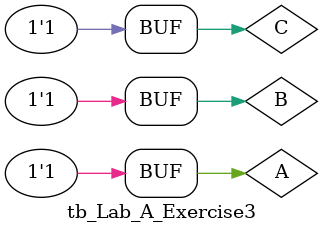
<source format=v>
`timescale 1ns / 1ps


module tb_Lab_A_Exercise3;

	// Inputs
	reg A;
	reg B;
	reg C;

	// Outputs
	wire Y;

	// Instantiate the Unit Under Test (UUT)
	Lab_A_Exercise3 uut (
		.Y(Y), 
		.A(A), 
		.B(B), 
		.C(C)
	);

	initial begin
	
			A = 0;B = 0;C = 0;
		#5 A = 0;B = 0;C = 1;
		#5 A = 0;B = 1;C = 0;
		#5 A = 0;B = 1;C = 1;
		#5 A = 1;B = 0;C = 0;
		#5 A = 1;B = 0;C = 1;
		#5 A = 1;B = 1;C = 0;
		#5 A = 1;B = 1;C = 1;

	end
      
endmodule


</source>
